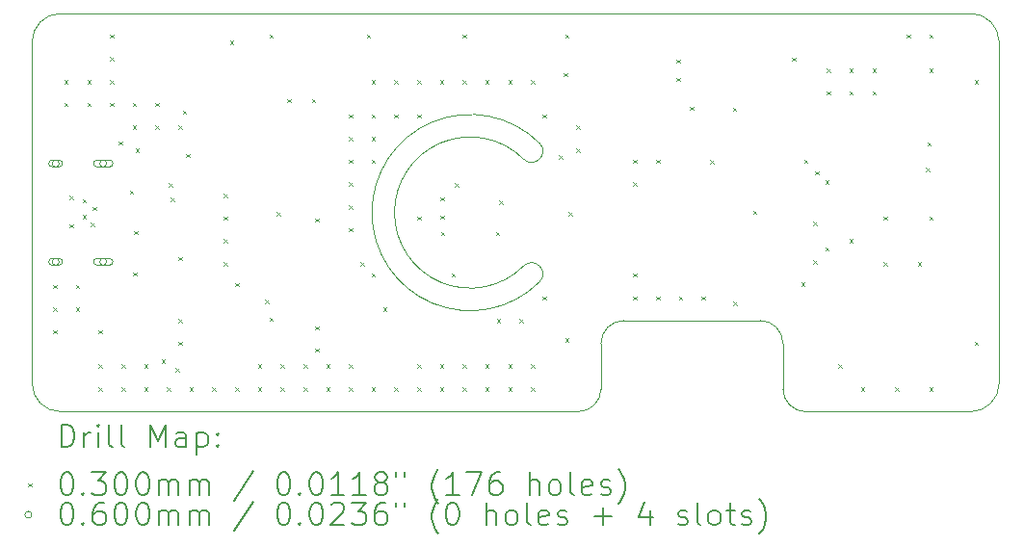
<source format=gbr>
%TF.GenerationSoftware,KiCad,Pcbnew,8.0.6*%
%TF.CreationDate,2024-10-17T21:45:20+02:00*%
%TF.ProjectId,weatherStationBoard,77656174-6865-4725-9374-6174696f6e42,rev?*%
%TF.SameCoordinates,Original*%
%TF.FileFunction,Drillmap*%
%TF.FilePolarity,Positive*%
%FSLAX45Y45*%
G04 Gerber Fmt 4.5, Leading zero omitted, Abs format (unit mm)*
G04 Created by KiCad (PCBNEW 8.0.6) date 2024-10-17 21:45:20*
%MOMM*%
%LPD*%
G01*
G04 APERTURE LIST*
%ADD10C,0.100000*%
%ADD11C,0.050000*%
%ADD12C,0.200000*%
G04 APERTURE END LIST*
D10*
X19060000Y-10740000D02*
G75*
G02*
X18920000Y-10880000I-70000J-70000D01*
G01*
X19060000Y-11960000D02*
G75*
G02*
X19060000Y-10740000I-610000J610000D01*
G01*
D11*
X19600000Y-12500000D02*
X19600000Y-12900000D01*
X22850000Y-9600000D02*
G75*
G02*
X23100000Y-9850000I0J-250000D01*
G01*
X23100000Y-9850000D02*
X23100000Y-12850000D01*
D10*
X18920000Y-11820000D02*
G75*
G02*
X18920000Y-10880000I-470000J470000D01*
G01*
D11*
X21000000Y-12300000D02*
G75*
G02*
X21200000Y-12500000I0J-200000D01*
G01*
X14600000Y-9850000D02*
G75*
G02*
X14850000Y-9600000I250000J0D01*
G01*
X21000000Y-12300000D02*
X19800000Y-12300000D01*
X19600000Y-12900000D02*
G75*
G02*
X19400000Y-13100000I-200000J0D01*
G01*
X23100000Y-12850000D02*
G75*
G02*
X22850000Y-13100000I-250000J0D01*
G01*
X19400000Y-13100000D02*
X14850000Y-13100000D01*
X21200000Y-12900000D02*
X21200000Y-12500000D01*
X14850000Y-9600000D02*
X22850000Y-9600000D01*
X14850000Y-13100000D02*
G75*
G02*
X14600000Y-12850000I0J250000D01*
G01*
X21400000Y-13100000D02*
G75*
G02*
X21200000Y-12900000I0J200000D01*
G01*
D10*
X18920000Y-11820000D02*
G75*
G02*
X19060000Y-11960000I70000J-70000D01*
G01*
D11*
X19600000Y-12500000D02*
G75*
G02*
X19800000Y-12300000I200000J0D01*
G01*
X14600000Y-12850000D02*
X14600000Y-9850000D01*
X22850000Y-13100000D02*
X21400000Y-13100000D01*
D12*
D10*
X14785000Y-11985000D02*
X14815000Y-12015000D01*
X14815000Y-11985000D02*
X14785000Y-12015000D01*
X14785000Y-12185000D02*
X14815000Y-12215000D01*
X14815000Y-12185000D02*
X14785000Y-12215000D01*
X14785000Y-12385000D02*
X14815000Y-12415000D01*
X14815000Y-12385000D02*
X14785000Y-12415000D01*
X14885000Y-10185000D02*
X14915000Y-10215000D01*
X14915000Y-10185000D02*
X14885000Y-10215000D01*
X14885000Y-10385000D02*
X14915000Y-10415000D01*
X14915000Y-10385000D02*
X14885000Y-10415000D01*
X14930000Y-11200000D02*
X14960000Y-11230000D01*
X14960000Y-11200000D02*
X14930000Y-11230000D01*
X14930000Y-11450000D02*
X14960000Y-11480000D01*
X14960000Y-11450000D02*
X14930000Y-11480000D01*
X14985000Y-11985000D02*
X15015000Y-12015000D01*
X15015000Y-11985000D02*
X14985000Y-12015000D01*
X14985000Y-12185000D02*
X15015000Y-12215000D01*
X15015000Y-12185000D02*
X14985000Y-12215000D01*
X15045000Y-11230000D02*
X15075000Y-11260000D01*
X15075000Y-11230000D02*
X15045000Y-11260000D01*
X15045000Y-11370000D02*
X15075000Y-11400000D01*
X15075000Y-11370000D02*
X15045000Y-11400000D01*
X15085000Y-10185000D02*
X15115000Y-10215000D01*
X15115000Y-10185000D02*
X15085000Y-10215000D01*
X15085000Y-10385000D02*
X15115000Y-10415000D01*
X15115000Y-10385000D02*
X15085000Y-10415000D01*
X15115000Y-11440000D02*
X15145000Y-11470000D01*
X15145000Y-11440000D02*
X15115000Y-11470000D01*
X15135000Y-11300500D02*
X15165000Y-11330500D01*
X15165000Y-11300500D02*
X15135000Y-11330500D01*
X15185000Y-12385000D02*
X15215000Y-12415000D01*
X15215000Y-12385000D02*
X15185000Y-12415000D01*
X15185000Y-12685000D02*
X15215000Y-12715000D01*
X15215000Y-12685000D02*
X15185000Y-12715000D01*
X15185000Y-12885000D02*
X15215000Y-12915000D01*
X15215000Y-12885000D02*
X15185000Y-12915000D01*
X15285000Y-9785000D02*
X15315000Y-9815000D01*
X15315000Y-9785000D02*
X15285000Y-9815000D01*
X15285000Y-9985000D02*
X15315000Y-10015000D01*
X15315000Y-9985000D02*
X15285000Y-10015000D01*
X15285000Y-10185000D02*
X15315000Y-10215000D01*
X15315000Y-10185000D02*
X15285000Y-10215000D01*
X15285000Y-10385000D02*
X15315000Y-10415000D01*
X15315000Y-10385000D02*
X15285000Y-10415000D01*
X15360451Y-10722387D02*
X15390451Y-10752387D01*
X15390451Y-10722387D02*
X15360451Y-10752387D01*
X15385000Y-12685000D02*
X15415000Y-12715000D01*
X15415000Y-12685000D02*
X15385000Y-12715000D01*
X15385000Y-12885000D02*
X15415000Y-12915000D01*
X15415000Y-12885000D02*
X15385000Y-12915000D01*
X15459000Y-11155000D02*
X15489000Y-11185000D01*
X15489000Y-11155000D02*
X15459000Y-11185000D01*
X15485000Y-10385000D02*
X15515000Y-10415000D01*
X15515000Y-10385000D02*
X15485000Y-10415000D01*
X15485000Y-10585000D02*
X15515000Y-10615000D01*
X15515000Y-10585000D02*
X15485000Y-10615000D01*
X15490000Y-11877000D02*
X15520000Y-11907000D01*
X15520000Y-11877000D02*
X15490000Y-11907000D01*
X15495000Y-11512500D02*
X15525000Y-11542500D01*
X15525000Y-11512500D02*
X15495000Y-11542500D01*
X15511000Y-10785000D02*
X15541000Y-10815000D01*
X15541000Y-10785000D02*
X15511000Y-10815000D01*
X15585000Y-12685000D02*
X15615000Y-12715000D01*
X15615000Y-12685000D02*
X15585000Y-12715000D01*
X15585000Y-12885000D02*
X15615000Y-12915000D01*
X15615000Y-12885000D02*
X15585000Y-12915000D01*
X15685000Y-10385000D02*
X15715000Y-10415000D01*
X15715000Y-10385000D02*
X15685000Y-10415000D01*
X15685000Y-10585000D02*
X15715000Y-10615000D01*
X15715000Y-10585000D02*
X15685000Y-10615000D01*
X15738232Y-12640424D02*
X15768232Y-12670424D01*
X15768232Y-12640424D02*
X15738232Y-12670424D01*
X15785000Y-12885000D02*
X15815000Y-12915000D01*
X15815000Y-12885000D02*
X15785000Y-12915000D01*
X15800000Y-11092500D02*
X15830000Y-11122500D01*
X15830000Y-11092500D02*
X15800000Y-11122500D01*
X15818000Y-11220000D02*
X15848000Y-11250000D01*
X15848000Y-11220000D02*
X15818000Y-11250000D01*
X15860000Y-12717500D02*
X15890000Y-12747500D01*
X15890000Y-12717500D02*
X15860000Y-12747500D01*
X15885000Y-10585000D02*
X15915000Y-10615000D01*
X15915000Y-10585000D02*
X15885000Y-10615000D01*
X15885000Y-11740000D02*
X15915000Y-11770000D01*
X15915000Y-11740000D02*
X15885000Y-11770000D01*
X15885000Y-12485000D02*
X15915000Y-12515000D01*
X15915000Y-12485000D02*
X15885000Y-12515000D01*
X15885073Y-12285000D02*
X15915073Y-12315000D01*
X15915073Y-12285000D02*
X15885073Y-12315000D01*
X15924000Y-10454000D02*
X15954000Y-10484000D01*
X15954000Y-10454000D02*
X15924000Y-10484000D01*
X15952000Y-10835000D02*
X15982000Y-10865000D01*
X15982000Y-10835000D02*
X15952000Y-10865000D01*
X15985000Y-12885000D02*
X16015000Y-12915000D01*
X16015000Y-12885000D02*
X15985000Y-12915000D01*
X16185000Y-12885000D02*
X16215000Y-12915000D01*
X16215000Y-12885000D02*
X16185000Y-12915000D01*
X16285000Y-11185000D02*
X16315000Y-11215000D01*
X16315000Y-11185000D02*
X16285000Y-11215000D01*
X16285000Y-11385000D02*
X16315000Y-11415000D01*
X16315000Y-11385000D02*
X16285000Y-11415000D01*
X16285000Y-11585000D02*
X16315000Y-11615000D01*
X16315000Y-11585000D02*
X16285000Y-11615000D01*
X16285000Y-11785000D02*
X16315000Y-11815000D01*
X16315000Y-11785000D02*
X16285000Y-11815000D01*
X16340000Y-9840000D02*
X16370000Y-9870000D01*
X16370000Y-9840000D02*
X16340000Y-9870000D01*
X16385000Y-11970000D02*
X16415000Y-12000000D01*
X16415000Y-11970000D02*
X16385000Y-12000000D01*
X16385000Y-12885000D02*
X16415000Y-12915000D01*
X16415000Y-12885000D02*
X16385000Y-12915000D01*
X16585000Y-12685000D02*
X16615000Y-12715000D01*
X16615000Y-12685000D02*
X16585000Y-12715000D01*
X16585000Y-12885000D02*
X16615000Y-12915000D01*
X16615000Y-12885000D02*
X16585000Y-12915000D01*
X16650000Y-12115000D02*
X16680000Y-12145000D01*
X16680000Y-12115000D02*
X16650000Y-12145000D01*
X16685000Y-9785000D02*
X16715000Y-9815000D01*
X16715000Y-9785000D02*
X16685000Y-9815000D01*
X16685000Y-12275000D02*
X16715000Y-12305000D01*
X16715000Y-12275000D02*
X16685000Y-12305000D01*
X16750000Y-11346500D02*
X16780000Y-11376500D01*
X16780000Y-11346500D02*
X16750000Y-11376500D01*
X16785000Y-12685000D02*
X16815000Y-12715000D01*
X16815000Y-12685000D02*
X16785000Y-12715000D01*
X16785000Y-12885000D02*
X16815000Y-12915000D01*
X16815000Y-12885000D02*
X16785000Y-12915000D01*
X16845000Y-10350000D02*
X16875000Y-10380000D01*
X16875000Y-10350000D02*
X16845000Y-10380000D01*
X16985000Y-12685000D02*
X17015000Y-12715000D01*
X17015000Y-12685000D02*
X16985000Y-12715000D01*
X16985000Y-12885000D02*
X17015000Y-12915000D01*
X17015000Y-12885000D02*
X16985000Y-12915000D01*
X17060000Y-10350000D02*
X17090000Y-10380000D01*
X17090000Y-10350000D02*
X17060000Y-10380000D01*
X17090000Y-11400000D02*
X17120000Y-11430000D01*
X17120000Y-11400000D02*
X17090000Y-11430000D01*
X17090000Y-12350000D02*
X17120000Y-12380000D01*
X17120000Y-12350000D02*
X17090000Y-12380000D01*
X17090000Y-12545000D02*
X17120000Y-12575000D01*
X17120000Y-12545000D02*
X17090000Y-12575000D01*
X17185000Y-12685000D02*
X17215000Y-12715000D01*
X17215000Y-12685000D02*
X17185000Y-12715000D01*
X17185000Y-12885000D02*
X17215000Y-12915000D01*
X17215000Y-12885000D02*
X17185000Y-12915000D01*
X17385000Y-10485000D02*
X17415000Y-10515000D01*
X17415000Y-10485000D02*
X17385000Y-10515000D01*
X17385000Y-10685000D02*
X17415000Y-10715000D01*
X17415000Y-10685000D02*
X17385000Y-10715000D01*
X17385000Y-10885000D02*
X17415000Y-10915000D01*
X17415000Y-10885000D02*
X17385000Y-10915000D01*
X17385000Y-11085000D02*
X17415000Y-11115000D01*
X17415000Y-11085000D02*
X17385000Y-11115000D01*
X17385000Y-11285000D02*
X17415000Y-11315000D01*
X17415000Y-11285000D02*
X17385000Y-11315000D01*
X17385000Y-11485000D02*
X17415000Y-11515000D01*
X17415000Y-11485000D02*
X17385000Y-11515000D01*
X17385000Y-12685000D02*
X17415000Y-12715000D01*
X17415000Y-12685000D02*
X17385000Y-12715000D01*
X17385000Y-12885000D02*
X17415000Y-12915000D01*
X17415000Y-12885000D02*
X17385000Y-12915000D01*
X17485000Y-11785000D02*
X17515000Y-11815000D01*
X17515000Y-11785000D02*
X17485000Y-11815000D01*
X17540000Y-9785000D02*
X17570000Y-9815000D01*
X17570000Y-9785000D02*
X17540000Y-9815000D01*
X17585000Y-10185000D02*
X17615000Y-10215000D01*
X17615000Y-10185000D02*
X17585000Y-10215000D01*
X17585000Y-10485000D02*
X17615000Y-10515000D01*
X17615000Y-10485000D02*
X17585000Y-10515000D01*
X17585000Y-10685000D02*
X17615000Y-10715000D01*
X17615000Y-10685000D02*
X17585000Y-10715000D01*
X17585000Y-10885000D02*
X17615000Y-10915000D01*
X17615000Y-10885000D02*
X17585000Y-10915000D01*
X17585000Y-11885000D02*
X17615000Y-11915000D01*
X17615000Y-11885000D02*
X17585000Y-11915000D01*
X17585000Y-12885000D02*
X17615000Y-12915000D01*
X17615000Y-12885000D02*
X17585000Y-12915000D01*
X17685000Y-12185000D02*
X17715000Y-12215000D01*
X17715000Y-12185000D02*
X17685000Y-12215000D01*
X17785000Y-10185000D02*
X17815000Y-10215000D01*
X17815000Y-10185000D02*
X17785000Y-10215000D01*
X17785000Y-10485000D02*
X17815000Y-10515000D01*
X17815000Y-10485000D02*
X17785000Y-10515000D01*
X17785000Y-12885000D02*
X17815000Y-12915000D01*
X17815000Y-12885000D02*
X17785000Y-12915000D01*
X17985000Y-10185000D02*
X18015000Y-10215000D01*
X18015000Y-10185000D02*
X17985000Y-10215000D01*
X17985000Y-10485000D02*
X18015000Y-10515000D01*
X18015000Y-10485000D02*
X17985000Y-10515000D01*
X17985000Y-11385000D02*
X18015000Y-11415000D01*
X18015000Y-11385000D02*
X17985000Y-11415000D01*
X17985000Y-12685000D02*
X18015000Y-12715000D01*
X18015000Y-12685000D02*
X17985000Y-12715000D01*
X17985000Y-12885000D02*
X18015000Y-12915000D01*
X18015000Y-12885000D02*
X17985000Y-12915000D01*
X18185000Y-10185000D02*
X18215000Y-10215000D01*
X18215000Y-10185000D02*
X18185000Y-10215000D01*
X18185000Y-12685000D02*
X18215000Y-12715000D01*
X18215000Y-12685000D02*
X18185000Y-12715000D01*
X18185000Y-12885000D02*
X18215000Y-12915000D01*
X18215000Y-12885000D02*
X18185000Y-12915000D01*
X18190000Y-11215000D02*
X18220000Y-11245000D01*
X18220000Y-11215000D02*
X18190000Y-11245000D01*
X18190000Y-11375000D02*
X18220000Y-11405000D01*
X18220000Y-11375000D02*
X18190000Y-11405000D01*
X18195000Y-11520000D02*
X18225000Y-11550000D01*
X18225000Y-11520000D02*
X18195000Y-11550000D01*
X18285000Y-11885000D02*
X18315000Y-11915000D01*
X18315000Y-11885000D02*
X18285000Y-11915000D01*
X18315000Y-11090000D02*
X18345000Y-11120000D01*
X18345000Y-11090000D02*
X18315000Y-11120000D01*
X18385000Y-9785000D02*
X18415000Y-9815000D01*
X18415000Y-9785000D02*
X18385000Y-9815000D01*
X18385000Y-10185000D02*
X18415000Y-10215000D01*
X18415000Y-10185000D02*
X18385000Y-10215000D01*
X18385000Y-12685000D02*
X18415000Y-12715000D01*
X18415000Y-12685000D02*
X18385000Y-12715000D01*
X18385000Y-12885000D02*
X18415000Y-12915000D01*
X18415000Y-12885000D02*
X18385000Y-12915000D01*
X18585000Y-10185000D02*
X18615000Y-10215000D01*
X18615000Y-10185000D02*
X18585000Y-10215000D01*
X18585000Y-12685000D02*
X18615000Y-12715000D01*
X18615000Y-12685000D02*
X18585000Y-12715000D01*
X18585000Y-12885000D02*
X18615000Y-12915000D01*
X18615000Y-12885000D02*
X18585000Y-12915000D01*
X18675000Y-11520000D02*
X18705000Y-11550000D01*
X18705000Y-11520000D02*
X18675000Y-11550000D01*
X18685000Y-12285000D02*
X18715000Y-12315000D01*
X18715000Y-12285000D02*
X18685000Y-12315000D01*
X18705000Y-11245000D02*
X18735000Y-11275000D01*
X18735000Y-11245000D02*
X18705000Y-11275000D01*
X18785000Y-10185000D02*
X18815000Y-10215000D01*
X18815000Y-10185000D02*
X18785000Y-10215000D01*
X18785000Y-12685000D02*
X18815000Y-12715000D01*
X18815000Y-12685000D02*
X18785000Y-12715000D01*
X18785000Y-12885000D02*
X18815000Y-12915000D01*
X18815000Y-12885000D02*
X18785000Y-12915000D01*
X18885000Y-12285000D02*
X18915000Y-12315000D01*
X18915000Y-12285000D02*
X18885000Y-12315000D01*
X18985000Y-10185000D02*
X19015000Y-10215000D01*
X19015000Y-10185000D02*
X18985000Y-10215000D01*
X18985000Y-12685000D02*
X19015000Y-12715000D01*
X19015000Y-12685000D02*
X18985000Y-12715000D01*
X18985000Y-12885000D02*
X19015000Y-12915000D01*
X19015000Y-12885000D02*
X18985000Y-12915000D01*
X19085000Y-10485000D02*
X19115000Y-10515000D01*
X19115000Y-10485000D02*
X19085000Y-10515000D01*
X19085000Y-12085000D02*
X19115000Y-12115000D01*
X19115000Y-12085000D02*
X19085000Y-12115000D01*
X19230000Y-10845000D02*
X19260000Y-10875000D01*
X19260000Y-10845000D02*
X19230000Y-10875000D01*
X19272500Y-10122500D02*
X19302500Y-10152500D01*
X19302500Y-10122500D02*
X19272500Y-10152500D01*
X19285000Y-9785000D02*
X19315000Y-9815000D01*
X19315000Y-9785000D02*
X19285000Y-9815000D01*
X19285000Y-12455000D02*
X19315000Y-12485000D01*
X19315000Y-12455000D02*
X19285000Y-12485000D01*
X19315000Y-11345000D02*
X19345000Y-11375000D01*
X19345000Y-11345000D02*
X19315000Y-11375000D01*
X19385000Y-10585000D02*
X19415000Y-10615000D01*
X19415000Y-10585000D02*
X19385000Y-10615000D01*
X19385000Y-10785000D02*
X19415000Y-10815000D01*
X19415000Y-10785000D02*
X19385000Y-10815000D01*
X19885000Y-10885000D02*
X19915000Y-10915000D01*
X19915000Y-10885000D02*
X19885000Y-10915000D01*
X19885000Y-11085000D02*
X19915000Y-11115000D01*
X19915000Y-11085000D02*
X19885000Y-11115000D01*
X19885000Y-11885000D02*
X19915000Y-11915000D01*
X19915000Y-11885000D02*
X19885000Y-11915000D01*
X19885000Y-12085000D02*
X19915000Y-12115000D01*
X19915000Y-12085000D02*
X19885000Y-12115000D01*
X20085000Y-10885000D02*
X20115000Y-10915000D01*
X20115000Y-10885000D02*
X20085000Y-10915000D01*
X20085000Y-12085000D02*
X20115000Y-12115000D01*
X20115000Y-12085000D02*
X20085000Y-12115000D01*
X20265000Y-10005000D02*
X20295000Y-10035000D01*
X20295000Y-10005000D02*
X20265000Y-10035000D01*
X20265000Y-10165000D02*
X20295000Y-10195000D01*
X20295000Y-10165000D02*
X20265000Y-10195000D01*
X20285000Y-12085000D02*
X20315000Y-12115000D01*
X20315000Y-12085000D02*
X20285000Y-12115000D01*
X20381000Y-10420000D02*
X20411000Y-10450000D01*
X20411000Y-10420000D02*
X20381000Y-10450000D01*
X20485000Y-12085000D02*
X20515000Y-12115000D01*
X20515000Y-12085000D02*
X20485000Y-12115000D01*
X20560000Y-10890000D02*
X20590000Y-10920000D01*
X20590000Y-10890000D02*
X20560000Y-10920000D01*
X20760000Y-10427000D02*
X20790000Y-10457000D01*
X20790000Y-10427000D02*
X20760000Y-10457000D01*
X20765000Y-12135000D02*
X20795000Y-12165000D01*
X20795000Y-12135000D02*
X20765000Y-12165000D01*
X20935000Y-11335000D02*
X20965000Y-11365000D01*
X20965000Y-11335000D02*
X20935000Y-11365000D01*
X21281000Y-9988000D02*
X21311000Y-10018000D01*
X21311000Y-9988000D02*
X21281000Y-10018000D01*
X21360000Y-11965000D02*
X21390000Y-11995000D01*
X21390000Y-11965000D02*
X21360000Y-11995000D01*
X21385000Y-10885000D02*
X21415000Y-10915000D01*
X21415000Y-10885000D02*
X21385000Y-10915000D01*
X21465000Y-11430000D02*
X21495000Y-11460000D01*
X21495000Y-11430000D02*
X21465000Y-11460000D01*
X21465000Y-11771000D02*
X21495000Y-11801000D01*
X21495000Y-11771000D02*
X21465000Y-11801000D01*
X21485000Y-10985000D02*
X21515000Y-11015000D01*
X21515000Y-10985000D02*
X21485000Y-11015000D01*
X21570000Y-11065000D02*
X21600000Y-11095000D01*
X21600000Y-11065000D02*
X21570000Y-11095000D01*
X21570000Y-11655000D02*
X21600000Y-11685000D01*
X21600000Y-11655000D02*
X21570000Y-11685000D01*
X21585000Y-10085000D02*
X21615000Y-10115000D01*
X21615000Y-10085000D02*
X21585000Y-10115000D01*
X21585000Y-10285000D02*
X21615000Y-10315000D01*
X21615000Y-10285000D02*
X21585000Y-10315000D01*
X21685000Y-12685000D02*
X21715000Y-12715000D01*
X21715000Y-12685000D02*
X21685000Y-12715000D01*
X21785000Y-10085000D02*
X21815000Y-10115000D01*
X21815000Y-10085000D02*
X21785000Y-10115000D01*
X21785000Y-10285000D02*
X21815000Y-10315000D01*
X21815000Y-10285000D02*
X21785000Y-10315000D01*
X21785000Y-11585000D02*
X21815000Y-11615000D01*
X21815000Y-11585000D02*
X21785000Y-11615000D01*
X21885000Y-12885000D02*
X21915000Y-12915000D01*
X21915000Y-12885000D02*
X21885000Y-12915000D01*
X21985000Y-10085000D02*
X22015000Y-10115000D01*
X22015000Y-10085000D02*
X21985000Y-10115000D01*
X21985000Y-10285000D02*
X22015000Y-10315000D01*
X22015000Y-10285000D02*
X21985000Y-10315000D01*
X22085000Y-11385000D02*
X22115000Y-11415000D01*
X22115000Y-11385000D02*
X22085000Y-11415000D01*
X22085000Y-11785000D02*
X22115000Y-11815000D01*
X22115000Y-11785000D02*
X22085000Y-11815000D01*
X22185000Y-12885000D02*
X22215000Y-12915000D01*
X22215000Y-12885000D02*
X22185000Y-12915000D01*
X22285000Y-9785000D02*
X22315000Y-9815000D01*
X22315000Y-9785000D02*
X22285000Y-9815000D01*
X22385000Y-11785000D02*
X22415000Y-11815000D01*
X22415000Y-11785000D02*
X22385000Y-11815000D01*
X22455000Y-10957500D02*
X22485000Y-10987500D01*
X22485000Y-10957500D02*
X22455000Y-10987500D01*
X22467500Y-10732500D02*
X22497500Y-10762500D01*
X22497500Y-10732500D02*
X22467500Y-10762500D01*
X22485000Y-9785000D02*
X22515000Y-9815000D01*
X22515000Y-9785000D02*
X22485000Y-9815000D01*
X22485000Y-10085000D02*
X22515000Y-10115000D01*
X22515000Y-10085000D02*
X22485000Y-10115000D01*
X22485000Y-11385000D02*
X22515000Y-11415000D01*
X22515000Y-11385000D02*
X22485000Y-11415000D01*
X22485000Y-12885000D02*
X22515000Y-12915000D01*
X22515000Y-12885000D02*
X22485000Y-12915000D01*
X22885000Y-10185000D02*
X22915000Y-10215000D01*
X22915000Y-10185000D02*
X22885000Y-10215000D01*
X22885000Y-12485000D02*
X22915000Y-12515000D01*
X22915000Y-12485000D02*
X22885000Y-12515000D01*
X14837500Y-10918500D02*
G75*
G02*
X14777500Y-10918500I-30000J0D01*
G01*
X14777500Y-10918500D02*
G75*
G02*
X14837500Y-10918500I30000J0D01*
G01*
X14837500Y-10888500D02*
X14777500Y-10888500D01*
X14777500Y-10948500D02*
G75*
G02*
X14777500Y-10888500I0J30000D01*
G01*
X14777500Y-10948500D02*
X14837500Y-10948500D01*
X14837500Y-10948500D02*
G75*
G03*
X14837500Y-10888500I0J30000D01*
G01*
X14837500Y-11782500D02*
G75*
G02*
X14777500Y-11782500I-30000J0D01*
G01*
X14777500Y-11782500D02*
G75*
G02*
X14837500Y-11782500I30000J0D01*
G01*
X14837500Y-11752500D02*
X14777500Y-11752500D01*
X14777500Y-11812500D02*
G75*
G02*
X14777500Y-11752500I0J30000D01*
G01*
X14777500Y-11812500D02*
X14837500Y-11812500D01*
X14837500Y-11812500D02*
G75*
G03*
X14837500Y-11752500I0J30000D01*
G01*
X15255500Y-10918500D02*
G75*
G02*
X15195500Y-10918500I-30000J0D01*
G01*
X15195500Y-10918500D02*
G75*
G02*
X15255500Y-10918500I30000J0D01*
G01*
X15280500Y-10888500D02*
X15170500Y-10888500D01*
X15170500Y-10948500D02*
G75*
G02*
X15170500Y-10888500I0J30000D01*
G01*
X15170500Y-10948500D02*
X15280500Y-10948500D01*
X15280500Y-10948500D02*
G75*
G03*
X15280500Y-10888500I0J30000D01*
G01*
X15255500Y-11782500D02*
G75*
G02*
X15195500Y-11782500I-30000J0D01*
G01*
X15195500Y-11782500D02*
G75*
G02*
X15255500Y-11782500I30000J0D01*
G01*
X15280500Y-11752500D02*
X15170500Y-11752500D01*
X15170500Y-11812500D02*
G75*
G02*
X15170500Y-11752500I0J30000D01*
G01*
X15170500Y-11812500D02*
X15280500Y-11812500D01*
X15280500Y-11812500D02*
G75*
G03*
X15280500Y-11752500I0J30000D01*
G01*
D12*
X14858277Y-13413984D02*
X14858277Y-13213984D01*
X14858277Y-13213984D02*
X14905896Y-13213984D01*
X14905896Y-13213984D02*
X14934467Y-13223508D01*
X14934467Y-13223508D02*
X14953515Y-13242555D01*
X14953515Y-13242555D02*
X14963039Y-13261603D01*
X14963039Y-13261603D02*
X14972562Y-13299698D01*
X14972562Y-13299698D02*
X14972562Y-13328269D01*
X14972562Y-13328269D02*
X14963039Y-13366365D01*
X14963039Y-13366365D02*
X14953515Y-13385412D01*
X14953515Y-13385412D02*
X14934467Y-13404460D01*
X14934467Y-13404460D02*
X14905896Y-13413984D01*
X14905896Y-13413984D02*
X14858277Y-13413984D01*
X15058277Y-13413984D02*
X15058277Y-13280650D01*
X15058277Y-13318746D02*
X15067801Y-13299698D01*
X15067801Y-13299698D02*
X15077324Y-13290174D01*
X15077324Y-13290174D02*
X15096372Y-13280650D01*
X15096372Y-13280650D02*
X15115420Y-13280650D01*
X15182086Y-13413984D02*
X15182086Y-13280650D01*
X15182086Y-13213984D02*
X15172562Y-13223508D01*
X15172562Y-13223508D02*
X15182086Y-13233031D01*
X15182086Y-13233031D02*
X15191610Y-13223508D01*
X15191610Y-13223508D02*
X15182086Y-13213984D01*
X15182086Y-13213984D02*
X15182086Y-13233031D01*
X15305896Y-13413984D02*
X15286848Y-13404460D01*
X15286848Y-13404460D02*
X15277324Y-13385412D01*
X15277324Y-13385412D02*
X15277324Y-13213984D01*
X15410658Y-13413984D02*
X15391610Y-13404460D01*
X15391610Y-13404460D02*
X15382086Y-13385412D01*
X15382086Y-13385412D02*
X15382086Y-13213984D01*
X15639229Y-13413984D02*
X15639229Y-13213984D01*
X15639229Y-13213984D02*
X15705896Y-13356841D01*
X15705896Y-13356841D02*
X15772562Y-13213984D01*
X15772562Y-13213984D02*
X15772562Y-13413984D01*
X15953515Y-13413984D02*
X15953515Y-13309222D01*
X15953515Y-13309222D02*
X15943991Y-13290174D01*
X15943991Y-13290174D02*
X15924943Y-13280650D01*
X15924943Y-13280650D02*
X15886848Y-13280650D01*
X15886848Y-13280650D02*
X15867801Y-13290174D01*
X15953515Y-13404460D02*
X15934467Y-13413984D01*
X15934467Y-13413984D02*
X15886848Y-13413984D01*
X15886848Y-13413984D02*
X15867801Y-13404460D01*
X15867801Y-13404460D02*
X15858277Y-13385412D01*
X15858277Y-13385412D02*
X15858277Y-13366365D01*
X15858277Y-13366365D02*
X15867801Y-13347317D01*
X15867801Y-13347317D02*
X15886848Y-13337793D01*
X15886848Y-13337793D02*
X15934467Y-13337793D01*
X15934467Y-13337793D02*
X15953515Y-13328269D01*
X16048753Y-13280650D02*
X16048753Y-13480650D01*
X16048753Y-13290174D02*
X16067801Y-13280650D01*
X16067801Y-13280650D02*
X16105896Y-13280650D01*
X16105896Y-13280650D02*
X16124943Y-13290174D01*
X16124943Y-13290174D02*
X16134467Y-13299698D01*
X16134467Y-13299698D02*
X16143991Y-13318746D01*
X16143991Y-13318746D02*
X16143991Y-13375888D01*
X16143991Y-13375888D02*
X16134467Y-13394936D01*
X16134467Y-13394936D02*
X16124943Y-13404460D01*
X16124943Y-13404460D02*
X16105896Y-13413984D01*
X16105896Y-13413984D02*
X16067801Y-13413984D01*
X16067801Y-13413984D02*
X16048753Y-13404460D01*
X16229705Y-13394936D02*
X16239229Y-13404460D01*
X16239229Y-13404460D02*
X16229705Y-13413984D01*
X16229705Y-13413984D02*
X16220182Y-13404460D01*
X16220182Y-13404460D02*
X16229705Y-13394936D01*
X16229705Y-13394936D02*
X16229705Y-13413984D01*
X16229705Y-13290174D02*
X16239229Y-13299698D01*
X16239229Y-13299698D02*
X16229705Y-13309222D01*
X16229705Y-13309222D02*
X16220182Y-13299698D01*
X16220182Y-13299698D02*
X16229705Y-13290174D01*
X16229705Y-13290174D02*
X16229705Y-13309222D01*
D10*
X14567500Y-13727500D02*
X14597500Y-13757500D01*
X14597500Y-13727500D02*
X14567500Y-13757500D01*
D12*
X14896372Y-13633984D02*
X14915420Y-13633984D01*
X14915420Y-13633984D02*
X14934467Y-13643508D01*
X14934467Y-13643508D02*
X14943991Y-13653031D01*
X14943991Y-13653031D02*
X14953515Y-13672079D01*
X14953515Y-13672079D02*
X14963039Y-13710174D01*
X14963039Y-13710174D02*
X14963039Y-13757793D01*
X14963039Y-13757793D02*
X14953515Y-13795888D01*
X14953515Y-13795888D02*
X14943991Y-13814936D01*
X14943991Y-13814936D02*
X14934467Y-13824460D01*
X14934467Y-13824460D02*
X14915420Y-13833984D01*
X14915420Y-13833984D02*
X14896372Y-13833984D01*
X14896372Y-13833984D02*
X14877324Y-13824460D01*
X14877324Y-13824460D02*
X14867801Y-13814936D01*
X14867801Y-13814936D02*
X14858277Y-13795888D01*
X14858277Y-13795888D02*
X14848753Y-13757793D01*
X14848753Y-13757793D02*
X14848753Y-13710174D01*
X14848753Y-13710174D02*
X14858277Y-13672079D01*
X14858277Y-13672079D02*
X14867801Y-13653031D01*
X14867801Y-13653031D02*
X14877324Y-13643508D01*
X14877324Y-13643508D02*
X14896372Y-13633984D01*
X15048753Y-13814936D02*
X15058277Y-13824460D01*
X15058277Y-13824460D02*
X15048753Y-13833984D01*
X15048753Y-13833984D02*
X15039229Y-13824460D01*
X15039229Y-13824460D02*
X15048753Y-13814936D01*
X15048753Y-13814936D02*
X15048753Y-13833984D01*
X15124943Y-13633984D02*
X15248753Y-13633984D01*
X15248753Y-13633984D02*
X15182086Y-13710174D01*
X15182086Y-13710174D02*
X15210658Y-13710174D01*
X15210658Y-13710174D02*
X15229705Y-13719698D01*
X15229705Y-13719698D02*
X15239229Y-13729222D01*
X15239229Y-13729222D02*
X15248753Y-13748269D01*
X15248753Y-13748269D02*
X15248753Y-13795888D01*
X15248753Y-13795888D02*
X15239229Y-13814936D01*
X15239229Y-13814936D02*
X15229705Y-13824460D01*
X15229705Y-13824460D02*
X15210658Y-13833984D01*
X15210658Y-13833984D02*
X15153515Y-13833984D01*
X15153515Y-13833984D02*
X15134467Y-13824460D01*
X15134467Y-13824460D02*
X15124943Y-13814936D01*
X15372562Y-13633984D02*
X15391610Y-13633984D01*
X15391610Y-13633984D02*
X15410658Y-13643508D01*
X15410658Y-13643508D02*
X15420182Y-13653031D01*
X15420182Y-13653031D02*
X15429705Y-13672079D01*
X15429705Y-13672079D02*
X15439229Y-13710174D01*
X15439229Y-13710174D02*
X15439229Y-13757793D01*
X15439229Y-13757793D02*
X15429705Y-13795888D01*
X15429705Y-13795888D02*
X15420182Y-13814936D01*
X15420182Y-13814936D02*
X15410658Y-13824460D01*
X15410658Y-13824460D02*
X15391610Y-13833984D01*
X15391610Y-13833984D02*
X15372562Y-13833984D01*
X15372562Y-13833984D02*
X15353515Y-13824460D01*
X15353515Y-13824460D02*
X15343991Y-13814936D01*
X15343991Y-13814936D02*
X15334467Y-13795888D01*
X15334467Y-13795888D02*
X15324943Y-13757793D01*
X15324943Y-13757793D02*
X15324943Y-13710174D01*
X15324943Y-13710174D02*
X15334467Y-13672079D01*
X15334467Y-13672079D02*
X15343991Y-13653031D01*
X15343991Y-13653031D02*
X15353515Y-13643508D01*
X15353515Y-13643508D02*
X15372562Y-13633984D01*
X15563039Y-13633984D02*
X15582086Y-13633984D01*
X15582086Y-13633984D02*
X15601134Y-13643508D01*
X15601134Y-13643508D02*
X15610658Y-13653031D01*
X15610658Y-13653031D02*
X15620182Y-13672079D01*
X15620182Y-13672079D02*
X15629705Y-13710174D01*
X15629705Y-13710174D02*
X15629705Y-13757793D01*
X15629705Y-13757793D02*
X15620182Y-13795888D01*
X15620182Y-13795888D02*
X15610658Y-13814936D01*
X15610658Y-13814936D02*
X15601134Y-13824460D01*
X15601134Y-13824460D02*
X15582086Y-13833984D01*
X15582086Y-13833984D02*
X15563039Y-13833984D01*
X15563039Y-13833984D02*
X15543991Y-13824460D01*
X15543991Y-13824460D02*
X15534467Y-13814936D01*
X15534467Y-13814936D02*
X15524943Y-13795888D01*
X15524943Y-13795888D02*
X15515420Y-13757793D01*
X15515420Y-13757793D02*
X15515420Y-13710174D01*
X15515420Y-13710174D02*
X15524943Y-13672079D01*
X15524943Y-13672079D02*
X15534467Y-13653031D01*
X15534467Y-13653031D02*
X15543991Y-13643508D01*
X15543991Y-13643508D02*
X15563039Y-13633984D01*
X15715420Y-13833984D02*
X15715420Y-13700650D01*
X15715420Y-13719698D02*
X15724943Y-13710174D01*
X15724943Y-13710174D02*
X15743991Y-13700650D01*
X15743991Y-13700650D02*
X15772563Y-13700650D01*
X15772563Y-13700650D02*
X15791610Y-13710174D01*
X15791610Y-13710174D02*
X15801134Y-13729222D01*
X15801134Y-13729222D02*
X15801134Y-13833984D01*
X15801134Y-13729222D02*
X15810658Y-13710174D01*
X15810658Y-13710174D02*
X15829705Y-13700650D01*
X15829705Y-13700650D02*
X15858277Y-13700650D01*
X15858277Y-13700650D02*
X15877324Y-13710174D01*
X15877324Y-13710174D02*
X15886848Y-13729222D01*
X15886848Y-13729222D02*
X15886848Y-13833984D01*
X15982086Y-13833984D02*
X15982086Y-13700650D01*
X15982086Y-13719698D02*
X15991610Y-13710174D01*
X15991610Y-13710174D02*
X16010658Y-13700650D01*
X16010658Y-13700650D02*
X16039229Y-13700650D01*
X16039229Y-13700650D02*
X16058277Y-13710174D01*
X16058277Y-13710174D02*
X16067801Y-13729222D01*
X16067801Y-13729222D02*
X16067801Y-13833984D01*
X16067801Y-13729222D02*
X16077324Y-13710174D01*
X16077324Y-13710174D02*
X16096372Y-13700650D01*
X16096372Y-13700650D02*
X16124943Y-13700650D01*
X16124943Y-13700650D02*
X16143991Y-13710174D01*
X16143991Y-13710174D02*
X16153515Y-13729222D01*
X16153515Y-13729222D02*
X16153515Y-13833984D01*
X16543991Y-13624460D02*
X16372563Y-13881603D01*
X16801134Y-13633984D02*
X16820182Y-13633984D01*
X16820182Y-13633984D02*
X16839229Y-13643508D01*
X16839229Y-13643508D02*
X16848753Y-13653031D01*
X16848753Y-13653031D02*
X16858277Y-13672079D01*
X16858277Y-13672079D02*
X16867801Y-13710174D01*
X16867801Y-13710174D02*
X16867801Y-13757793D01*
X16867801Y-13757793D02*
X16858277Y-13795888D01*
X16858277Y-13795888D02*
X16848753Y-13814936D01*
X16848753Y-13814936D02*
X16839229Y-13824460D01*
X16839229Y-13824460D02*
X16820182Y-13833984D01*
X16820182Y-13833984D02*
X16801134Y-13833984D01*
X16801134Y-13833984D02*
X16782087Y-13824460D01*
X16782087Y-13824460D02*
X16772563Y-13814936D01*
X16772563Y-13814936D02*
X16763039Y-13795888D01*
X16763039Y-13795888D02*
X16753515Y-13757793D01*
X16753515Y-13757793D02*
X16753515Y-13710174D01*
X16753515Y-13710174D02*
X16763039Y-13672079D01*
X16763039Y-13672079D02*
X16772563Y-13653031D01*
X16772563Y-13653031D02*
X16782087Y-13643508D01*
X16782087Y-13643508D02*
X16801134Y-13633984D01*
X16953515Y-13814936D02*
X16963039Y-13824460D01*
X16963039Y-13824460D02*
X16953515Y-13833984D01*
X16953515Y-13833984D02*
X16943991Y-13824460D01*
X16943991Y-13824460D02*
X16953515Y-13814936D01*
X16953515Y-13814936D02*
X16953515Y-13833984D01*
X17086848Y-13633984D02*
X17105896Y-13633984D01*
X17105896Y-13633984D02*
X17124944Y-13643508D01*
X17124944Y-13643508D02*
X17134468Y-13653031D01*
X17134468Y-13653031D02*
X17143991Y-13672079D01*
X17143991Y-13672079D02*
X17153515Y-13710174D01*
X17153515Y-13710174D02*
X17153515Y-13757793D01*
X17153515Y-13757793D02*
X17143991Y-13795888D01*
X17143991Y-13795888D02*
X17134468Y-13814936D01*
X17134468Y-13814936D02*
X17124944Y-13824460D01*
X17124944Y-13824460D02*
X17105896Y-13833984D01*
X17105896Y-13833984D02*
X17086848Y-13833984D01*
X17086848Y-13833984D02*
X17067801Y-13824460D01*
X17067801Y-13824460D02*
X17058277Y-13814936D01*
X17058277Y-13814936D02*
X17048753Y-13795888D01*
X17048753Y-13795888D02*
X17039229Y-13757793D01*
X17039229Y-13757793D02*
X17039229Y-13710174D01*
X17039229Y-13710174D02*
X17048753Y-13672079D01*
X17048753Y-13672079D02*
X17058277Y-13653031D01*
X17058277Y-13653031D02*
X17067801Y-13643508D01*
X17067801Y-13643508D02*
X17086848Y-13633984D01*
X17343991Y-13833984D02*
X17229706Y-13833984D01*
X17286848Y-13833984D02*
X17286848Y-13633984D01*
X17286848Y-13633984D02*
X17267801Y-13662555D01*
X17267801Y-13662555D02*
X17248753Y-13681603D01*
X17248753Y-13681603D02*
X17229706Y-13691127D01*
X17534468Y-13833984D02*
X17420182Y-13833984D01*
X17477325Y-13833984D02*
X17477325Y-13633984D01*
X17477325Y-13633984D02*
X17458277Y-13662555D01*
X17458277Y-13662555D02*
X17439229Y-13681603D01*
X17439229Y-13681603D02*
X17420182Y-13691127D01*
X17648753Y-13719698D02*
X17629706Y-13710174D01*
X17629706Y-13710174D02*
X17620182Y-13700650D01*
X17620182Y-13700650D02*
X17610658Y-13681603D01*
X17610658Y-13681603D02*
X17610658Y-13672079D01*
X17610658Y-13672079D02*
X17620182Y-13653031D01*
X17620182Y-13653031D02*
X17629706Y-13643508D01*
X17629706Y-13643508D02*
X17648753Y-13633984D01*
X17648753Y-13633984D02*
X17686849Y-13633984D01*
X17686849Y-13633984D02*
X17705896Y-13643508D01*
X17705896Y-13643508D02*
X17715420Y-13653031D01*
X17715420Y-13653031D02*
X17724944Y-13672079D01*
X17724944Y-13672079D02*
X17724944Y-13681603D01*
X17724944Y-13681603D02*
X17715420Y-13700650D01*
X17715420Y-13700650D02*
X17705896Y-13710174D01*
X17705896Y-13710174D02*
X17686849Y-13719698D01*
X17686849Y-13719698D02*
X17648753Y-13719698D01*
X17648753Y-13719698D02*
X17629706Y-13729222D01*
X17629706Y-13729222D02*
X17620182Y-13738746D01*
X17620182Y-13738746D02*
X17610658Y-13757793D01*
X17610658Y-13757793D02*
X17610658Y-13795888D01*
X17610658Y-13795888D02*
X17620182Y-13814936D01*
X17620182Y-13814936D02*
X17629706Y-13824460D01*
X17629706Y-13824460D02*
X17648753Y-13833984D01*
X17648753Y-13833984D02*
X17686849Y-13833984D01*
X17686849Y-13833984D02*
X17705896Y-13824460D01*
X17705896Y-13824460D02*
X17715420Y-13814936D01*
X17715420Y-13814936D02*
X17724944Y-13795888D01*
X17724944Y-13795888D02*
X17724944Y-13757793D01*
X17724944Y-13757793D02*
X17715420Y-13738746D01*
X17715420Y-13738746D02*
X17705896Y-13729222D01*
X17705896Y-13729222D02*
X17686849Y-13719698D01*
X17801134Y-13633984D02*
X17801134Y-13672079D01*
X17877325Y-13633984D02*
X17877325Y-13672079D01*
X18172563Y-13910174D02*
X18163039Y-13900650D01*
X18163039Y-13900650D02*
X18143991Y-13872079D01*
X18143991Y-13872079D02*
X18134468Y-13853031D01*
X18134468Y-13853031D02*
X18124944Y-13824460D01*
X18124944Y-13824460D02*
X18115420Y-13776841D01*
X18115420Y-13776841D02*
X18115420Y-13738746D01*
X18115420Y-13738746D02*
X18124944Y-13691127D01*
X18124944Y-13691127D02*
X18134468Y-13662555D01*
X18134468Y-13662555D02*
X18143991Y-13643508D01*
X18143991Y-13643508D02*
X18163039Y-13614936D01*
X18163039Y-13614936D02*
X18172563Y-13605412D01*
X18353515Y-13833984D02*
X18239230Y-13833984D01*
X18296372Y-13833984D02*
X18296372Y-13633984D01*
X18296372Y-13633984D02*
X18277325Y-13662555D01*
X18277325Y-13662555D02*
X18258277Y-13681603D01*
X18258277Y-13681603D02*
X18239230Y-13691127D01*
X18420182Y-13633984D02*
X18553515Y-13633984D01*
X18553515Y-13633984D02*
X18467801Y-13833984D01*
X18715420Y-13633984D02*
X18677325Y-13633984D01*
X18677325Y-13633984D02*
X18658277Y-13643508D01*
X18658277Y-13643508D02*
X18648753Y-13653031D01*
X18648753Y-13653031D02*
X18629706Y-13681603D01*
X18629706Y-13681603D02*
X18620182Y-13719698D01*
X18620182Y-13719698D02*
X18620182Y-13795888D01*
X18620182Y-13795888D02*
X18629706Y-13814936D01*
X18629706Y-13814936D02*
X18639230Y-13824460D01*
X18639230Y-13824460D02*
X18658277Y-13833984D01*
X18658277Y-13833984D02*
X18696372Y-13833984D01*
X18696372Y-13833984D02*
X18715420Y-13824460D01*
X18715420Y-13824460D02*
X18724944Y-13814936D01*
X18724944Y-13814936D02*
X18734468Y-13795888D01*
X18734468Y-13795888D02*
X18734468Y-13748269D01*
X18734468Y-13748269D02*
X18724944Y-13729222D01*
X18724944Y-13729222D02*
X18715420Y-13719698D01*
X18715420Y-13719698D02*
X18696372Y-13710174D01*
X18696372Y-13710174D02*
X18658277Y-13710174D01*
X18658277Y-13710174D02*
X18639230Y-13719698D01*
X18639230Y-13719698D02*
X18629706Y-13729222D01*
X18629706Y-13729222D02*
X18620182Y-13748269D01*
X18972563Y-13833984D02*
X18972563Y-13633984D01*
X19058277Y-13833984D02*
X19058277Y-13729222D01*
X19058277Y-13729222D02*
X19048753Y-13710174D01*
X19048753Y-13710174D02*
X19029706Y-13700650D01*
X19029706Y-13700650D02*
X19001134Y-13700650D01*
X19001134Y-13700650D02*
X18982087Y-13710174D01*
X18982087Y-13710174D02*
X18972563Y-13719698D01*
X19182087Y-13833984D02*
X19163039Y-13824460D01*
X19163039Y-13824460D02*
X19153515Y-13814936D01*
X19153515Y-13814936D02*
X19143992Y-13795888D01*
X19143992Y-13795888D02*
X19143992Y-13738746D01*
X19143992Y-13738746D02*
X19153515Y-13719698D01*
X19153515Y-13719698D02*
X19163039Y-13710174D01*
X19163039Y-13710174D02*
X19182087Y-13700650D01*
X19182087Y-13700650D02*
X19210658Y-13700650D01*
X19210658Y-13700650D02*
X19229706Y-13710174D01*
X19229706Y-13710174D02*
X19239230Y-13719698D01*
X19239230Y-13719698D02*
X19248753Y-13738746D01*
X19248753Y-13738746D02*
X19248753Y-13795888D01*
X19248753Y-13795888D02*
X19239230Y-13814936D01*
X19239230Y-13814936D02*
X19229706Y-13824460D01*
X19229706Y-13824460D02*
X19210658Y-13833984D01*
X19210658Y-13833984D02*
X19182087Y-13833984D01*
X19363039Y-13833984D02*
X19343992Y-13824460D01*
X19343992Y-13824460D02*
X19334468Y-13805412D01*
X19334468Y-13805412D02*
X19334468Y-13633984D01*
X19515420Y-13824460D02*
X19496373Y-13833984D01*
X19496373Y-13833984D02*
X19458277Y-13833984D01*
X19458277Y-13833984D02*
X19439230Y-13824460D01*
X19439230Y-13824460D02*
X19429706Y-13805412D01*
X19429706Y-13805412D02*
X19429706Y-13729222D01*
X19429706Y-13729222D02*
X19439230Y-13710174D01*
X19439230Y-13710174D02*
X19458277Y-13700650D01*
X19458277Y-13700650D02*
X19496373Y-13700650D01*
X19496373Y-13700650D02*
X19515420Y-13710174D01*
X19515420Y-13710174D02*
X19524944Y-13729222D01*
X19524944Y-13729222D02*
X19524944Y-13748269D01*
X19524944Y-13748269D02*
X19429706Y-13767317D01*
X19601134Y-13824460D02*
X19620182Y-13833984D01*
X19620182Y-13833984D02*
X19658277Y-13833984D01*
X19658277Y-13833984D02*
X19677325Y-13824460D01*
X19677325Y-13824460D02*
X19686849Y-13805412D01*
X19686849Y-13805412D02*
X19686849Y-13795888D01*
X19686849Y-13795888D02*
X19677325Y-13776841D01*
X19677325Y-13776841D02*
X19658277Y-13767317D01*
X19658277Y-13767317D02*
X19629706Y-13767317D01*
X19629706Y-13767317D02*
X19610658Y-13757793D01*
X19610658Y-13757793D02*
X19601134Y-13738746D01*
X19601134Y-13738746D02*
X19601134Y-13729222D01*
X19601134Y-13729222D02*
X19610658Y-13710174D01*
X19610658Y-13710174D02*
X19629706Y-13700650D01*
X19629706Y-13700650D02*
X19658277Y-13700650D01*
X19658277Y-13700650D02*
X19677325Y-13710174D01*
X19753515Y-13910174D02*
X19763039Y-13900650D01*
X19763039Y-13900650D02*
X19782087Y-13872079D01*
X19782087Y-13872079D02*
X19791611Y-13853031D01*
X19791611Y-13853031D02*
X19801134Y-13824460D01*
X19801134Y-13824460D02*
X19810658Y-13776841D01*
X19810658Y-13776841D02*
X19810658Y-13738746D01*
X19810658Y-13738746D02*
X19801134Y-13691127D01*
X19801134Y-13691127D02*
X19791611Y-13662555D01*
X19791611Y-13662555D02*
X19782087Y-13643508D01*
X19782087Y-13643508D02*
X19763039Y-13614936D01*
X19763039Y-13614936D02*
X19753515Y-13605412D01*
D10*
X14597500Y-14006500D02*
G75*
G02*
X14537500Y-14006500I-30000J0D01*
G01*
X14537500Y-14006500D02*
G75*
G02*
X14597500Y-14006500I30000J0D01*
G01*
D12*
X14896372Y-13897984D02*
X14915420Y-13897984D01*
X14915420Y-13897984D02*
X14934467Y-13907508D01*
X14934467Y-13907508D02*
X14943991Y-13917031D01*
X14943991Y-13917031D02*
X14953515Y-13936079D01*
X14953515Y-13936079D02*
X14963039Y-13974174D01*
X14963039Y-13974174D02*
X14963039Y-14021793D01*
X14963039Y-14021793D02*
X14953515Y-14059888D01*
X14953515Y-14059888D02*
X14943991Y-14078936D01*
X14943991Y-14078936D02*
X14934467Y-14088460D01*
X14934467Y-14088460D02*
X14915420Y-14097984D01*
X14915420Y-14097984D02*
X14896372Y-14097984D01*
X14896372Y-14097984D02*
X14877324Y-14088460D01*
X14877324Y-14088460D02*
X14867801Y-14078936D01*
X14867801Y-14078936D02*
X14858277Y-14059888D01*
X14858277Y-14059888D02*
X14848753Y-14021793D01*
X14848753Y-14021793D02*
X14848753Y-13974174D01*
X14848753Y-13974174D02*
X14858277Y-13936079D01*
X14858277Y-13936079D02*
X14867801Y-13917031D01*
X14867801Y-13917031D02*
X14877324Y-13907508D01*
X14877324Y-13907508D02*
X14896372Y-13897984D01*
X15048753Y-14078936D02*
X15058277Y-14088460D01*
X15058277Y-14088460D02*
X15048753Y-14097984D01*
X15048753Y-14097984D02*
X15039229Y-14088460D01*
X15039229Y-14088460D02*
X15048753Y-14078936D01*
X15048753Y-14078936D02*
X15048753Y-14097984D01*
X15229705Y-13897984D02*
X15191610Y-13897984D01*
X15191610Y-13897984D02*
X15172562Y-13907508D01*
X15172562Y-13907508D02*
X15163039Y-13917031D01*
X15163039Y-13917031D02*
X15143991Y-13945603D01*
X15143991Y-13945603D02*
X15134467Y-13983698D01*
X15134467Y-13983698D02*
X15134467Y-14059888D01*
X15134467Y-14059888D02*
X15143991Y-14078936D01*
X15143991Y-14078936D02*
X15153515Y-14088460D01*
X15153515Y-14088460D02*
X15172562Y-14097984D01*
X15172562Y-14097984D02*
X15210658Y-14097984D01*
X15210658Y-14097984D02*
X15229705Y-14088460D01*
X15229705Y-14088460D02*
X15239229Y-14078936D01*
X15239229Y-14078936D02*
X15248753Y-14059888D01*
X15248753Y-14059888D02*
X15248753Y-14012269D01*
X15248753Y-14012269D02*
X15239229Y-13993222D01*
X15239229Y-13993222D02*
X15229705Y-13983698D01*
X15229705Y-13983698D02*
X15210658Y-13974174D01*
X15210658Y-13974174D02*
X15172562Y-13974174D01*
X15172562Y-13974174D02*
X15153515Y-13983698D01*
X15153515Y-13983698D02*
X15143991Y-13993222D01*
X15143991Y-13993222D02*
X15134467Y-14012269D01*
X15372562Y-13897984D02*
X15391610Y-13897984D01*
X15391610Y-13897984D02*
X15410658Y-13907508D01*
X15410658Y-13907508D02*
X15420182Y-13917031D01*
X15420182Y-13917031D02*
X15429705Y-13936079D01*
X15429705Y-13936079D02*
X15439229Y-13974174D01*
X15439229Y-13974174D02*
X15439229Y-14021793D01*
X15439229Y-14021793D02*
X15429705Y-14059888D01*
X15429705Y-14059888D02*
X15420182Y-14078936D01*
X15420182Y-14078936D02*
X15410658Y-14088460D01*
X15410658Y-14088460D02*
X15391610Y-14097984D01*
X15391610Y-14097984D02*
X15372562Y-14097984D01*
X15372562Y-14097984D02*
X15353515Y-14088460D01*
X15353515Y-14088460D02*
X15343991Y-14078936D01*
X15343991Y-14078936D02*
X15334467Y-14059888D01*
X15334467Y-14059888D02*
X15324943Y-14021793D01*
X15324943Y-14021793D02*
X15324943Y-13974174D01*
X15324943Y-13974174D02*
X15334467Y-13936079D01*
X15334467Y-13936079D02*
X15343991Y-13917031D01*
X15343991Y-13917031D02*
X15353515Y-13907508D01*
X15353515Y-13907508D02*
X15372562Y-13897984D01*
X15563039Y-13897984D02*
X15582086Y-13897984D01*
X15582086Y-13897984D02*
X15601134Y-13907508D01*
X15601134Y-13907508D02*
X15610658Y-13917031D01*
X15610658Y-13917031D02*
X15620182Y-13936079D01*
X15620182Y-13936079D02*
X15629705Y-13974174D01*
X15629705Y-13974174D02*
X15629705Y-14021793D01*
X15629705Y-14021793D02*
X15620182Y-14059888D01*
X15620182Y-14059888D02*
X15610658Y-14078936D01*
X15610658Y-14078936D02*
X15601134Y-14088460D01*
X15601134Y-14088460D02*
X15582086Y-14097984D01*
X15582086Y-14097984D02*
X15563039Y-14097984D01*
X15563039Y-14097984D02*
X15543991Y-14088460D01*
X15543991Y-14088460D02*
X15534467Y-14078936D01*
X15534467Y-14078936D02*
X15524943Y-14059888D01*
X15524943Y-14059888D02*
X15515420Y-14021793D01*
X15515420Y-14021793D02*
X15515420Y-13974174D01*
X15515420Y-13974174D02*
X15524943Y-13936079D01*
X15524943Y-13936079D02*
X15534467Y-13917031D01*
X15534467Y-13917031D02*
X15543991Y-13907508D01*
X15543991Y-13907508D02*
X15563039Y-13897984D01*
X15715420Y-14097984D02*
X15715420Y-13964650D01*
X15715420Y-13983698D02*
X15724943Y-13974174D01*
X15724943Y-13974174D02*
X15743991Y-13964650D01*
X15743991Y-13964650D02*
X15772563Y-13964650D01*
X15772563Y-13964650D02*
X15791610Y-13974174D01*
X15791610Y-13974174D02*
X15801134Y-13993222D01*
X15801134Y-13993222D02*
X15801134Y-14097984D01*
X15801134Y-13993222D02*
X15810658Y-13974174D01*
X15810658Y-13974174D02*
X15829705Y-13964650D01*
X15829705Y-13964650D02*
X15858277Y-13964650D01*
X15858277Y-13964650D02*
X15877324Y-13974174D01*
X15877324Y-13974174D02*
X15886848Y-13993222D01*
X15886848Y-13993222D02*
X15886848Y-14097984D01*
X15982086Y-14097984D02*
X15982086Y-13964650D01*
X15982086Y-13983698D02*
X15991610Y-13974174D01*
X15991610Y-13974174D02*
X16010658Y-13964650D01*
X16010658Y-13964650D02*
X16039229Y-13964650D01*
X16039229Y-13964650D02*
X16058277Y-13974174D01*
X16058277Y-13974174D02*
X16067801Y-13993222D01*
X16067801Y-13993222D02*
X16067801Y-14097984D01*
X16067801Y-13993222D02*
X16077324Y-13974174D01*
X16077324Y-13974174D02*
X16096372Y-13964650D01*
X16096372Y-13964650D02*
X16124943Y-13964650D01*
X16124943Y-13964650D02*
X16143991Y-13974174D01*
X16143991Y-13974174D02*
X16153515Y-13993222D01*
X16153515Y-13993222D02*
X16153515Y-14097984D01*
X16543991Y-13888460D02*
X16372563Y-14145603D01*
X16801134Y-13897984D02*
X16820182Y-13897984D01*
X16820182Y-13897984D02*
X16839229Y-13907508D01*
X16839229Y-13907508D02*
X16848753Y-13917031D01*
X16848753Y-13917031D02*
X16858277Y-13936079D01*
X16858277Y-13936079D02*
X16867801Y-13974174D01*
X16867801Y-13974174D02*
X16867801Y-14021793D01*
X16867801Y-14021793D02*
X16858277Y-14059888D01*
X16858277Y-14059888D02*
X16848753Y-14078936D01*
X16848753Y-14078936D02*
X16839229Y-14088460D01*
X16839229Y-14088460D02*
X16820182Y-14097984D01*
X16820182Y-14097984D02*
X16801134Y-14097984D01*
X16801134Y-14097984D02*
X16782087Y-14088460D01*
X16782087Y-14088460D02*
X16772563Y-14078936D01*
X16772563Y-14078936D02*
X16763039Y-14059888D01*
X16763039Y-14059888D02*
X16753515Y-14021793D01*
X16753515Y-14021793D02*
X16753515Y-13974174D01*
X16753515Y-13974174D02*
X16763039Y-13936079D01*
X16763039Y-13936079D02*
X16772563Y-13917031D01*
X16772563Y-13917031D02*
X16782087Y-13907508D01*
X16782087Y-13907508D02*
X16801134Y-13897984D01*
X16953515Y-14078936D02*
X16963039Y-14088460D01*
X16963039Y-14088460D02*
X16953515Y-14097984D01*
X16953515Y-14097984D02*
X16943991Y-14088460D01*
X16943991Y-14088460D02*
X16953515Y-14078936D01*
X16953515Y-14078936D02*
X16953515Y-14097984D01*
X17086848Y-13897984D02*
X17105896Y-13897984D01*
X17105896Y-13897984D02*
X17124944Y-13907508D01*
X17124944Y-13907508D02*
X17134468Y-13917031D01*
X17134468Y-13917031D02*
X17143991Y-13936079D01*
X17143991Y-13936079D02*
X17153515Y-13974174D01*
X17153515Y-13974174D02*
X17153515Y-14021793D01*
X17153515Y-14021793D02*
X17143991Y-14059888D01*
X17143991Y-14059888D02*
X17134468Y-14078936D01*
X17134468Y-14078936D02*
X17124944Y-14088460D01*
X17124944Y-14088460D02*
X17105896Y-14097984D01*
X17105896Y-14097984D02*
X17086848Y-14097984D01*
X17086848Y-14097984D02*
X17067801Y-14088460D01*
X17067801Y-14088460D02*
X17058277Y-14078936D01*
X17058277Y-14078936D02*
X17048753Y-14059888D01*
X17048753Y-14059888D02*
X17039229Y-14021793D01*
X17039229Y-14021793D02*
X17039229Y-13974174D01*
X17039229Y-13974174D02*
X17048753Y-13936079D01*
X17048753Y-13936079D02*
X17058277Y-13917031D01*
X17058277Y-13917031D02*
X17067801Y-13907508D01*
X17067801Y-13907508D02*
X17086848Y-13897984D01*
X17229706Y-13917031D02*
X17239229Y-13907508D01*
X17239229Y-13907508D02*
X17258277Y-13897984D01*
X17258277Y-13897984D02*
X17305896Y-13897984D01*
X17305896Y-13897984D02*
X17324944Y-13907508D01*
X17324944Y-13907508D02*
X17334468Y-13917031D01*
X17334468Y-13917031D02*
X17343991Y-13936079D01*
X17343991Y-13936079D02*
X17343991Y-13955127D01*
X17343991Y-13955127D02*
X17334468Y-13983698D01*
X17334468Y-13983698D02*
X17220182Y-14097984D01*
X17220182Y-14097984D02*
X17343991Y-14097984D01*
X17410658Y-13897984D02*
X17534468Y-13897984D01*
X17534468Y-13897984D02*
X17467801Y-13974174D01*
X17467801Y-13974174D02*
X17496372Y-13974174D01*
X17496372Y-13974174D02*
X17515420Y-13983698D01*
X17515420Y-13983698D02*
X17524944Y-13993222D01*
X17524944Y-13993222D02*
X17534468Y-14012269D01*
X17534468Y-14012269D02*
X17534468Y-14059888D01*
X17534468Y-14059888D02*
X17524944Y-14078936D01*
X17524944Y-14078936D02*
X17515420Y-14088460D01*
X17515420Y-14088460D02*
X17496372Y-14097984D01*
X17496372Y-14097984D02*
X17439229Y-14097984D01*
X17439229Y-14097984D02*
X17420182Y-14088460D01*
X17420182Y-14088460D02*
X17410658Y-14078936D01*
X17705896Y-13897984D02*
X17667801Y-13897984D01*
X17667801Y-13897984D02*
X17648753Y-13907508D01*
X17648753Y-13907508D02*
X17639229Y-13917031D01*
X17639229Y-13917031D02*
X17620182Y-13945603D01*
X17620182Y-13945603D02*
X17610658Y-13983698D01*
X17610658Y-13983698D02*
X17610658Y-14059888D01*
X17610658Y-14059888D02*
X17620182Y-14078936D01*
X17620182Y-14078936D02*
X17629706Y-14088460D01*
X17629706Y-14088460D02*
X17648753Y-14097984D01*
X17648753Y-14097984D02*
X17686849Y-14097984D01*
X17686849Y-14097984D02*
X17705896Y-14088460D01*
X17705896Y-14088460D02*
X17715420Y-14078936D01*
X17715420Y-14078936D02*
X17724944Y-14059888D01*
X17724944Y-14059888D02*
X17724944Y-14012269D01*
X17724944Y-14012269D02*
X17715420Y-13993222D01*
X17715420Y-13993222D02*
X17705896Y-13983698D01*
X17705896Y-13983698D02*
X17686849Y-13974174D01*
X17686849Y-13974174D02*
X17648753Y-13974174D01*
X17648753Y-13974174D02*
X17629706Y-13983698D01*
X17629706Y-13983698D02*
X17620182Y-13993222D01*
X17620182Y-13993222D02*
X17610658Y-14012269D01*
X17801134Y-13897984D02*
X17801134Y-13936079D01*
X17877325Y-13897984D02*
X17877325Y-13936079D01*
X18172563Y-14174174D02*
X18163039Y-14164650D01*
X18163039Y-14164650D02*
X18143991Y-14136079D01*
X18143991Y-14136079D02*
X18134468Y-14117031D01*
X18134468Y-14117031D02*
X18124944Y-14088460D01*
X18124944Y-14088460D02*
X18115420Y-14040841D01*
X18115420Y-14040841D02*
X18115420Y-14002746D01*
X18115420Y-14002746D02*
X18124944Y-13955127D01*
X18124944Y-13955127D02*
X18134468Y-13926555D01*
X18134468Y-13926555D02*
X18143991Y-13907508D01*
X18143991Y-13907508D02*
X18163039Y-13878936D01*
X18163039Y-13878936D02*
X18172563Y-13869412D01*
X18286849Y-13897984D02*
X18305896Y-13897984D01*
X18305896Y-13897984D02*
X18324944Y-13907508D01*
X18324944Y-13907508D02*
X18334468Y-13917031D01*
X18334468Y-13917031D02*
X18343991Y-13936079D01*
X18343991Y-13936079D02*
X18353515Y-13974174D01*
X18353515Y-13974174D02*
X18353515Y-14021793D01*
X18353515Y-14021793D02*
X18343991Y-14059888D01*
X18343991Y-14059888D02*
X18334468Y-14078936D01*
X18334468Y-14078936D02*
X18324944Y-14088460D01*
X18324944Y-14088460D02*
X18305896Y-14097984D01*
X18305896Y-14097984D02*
X18286849Y-14097984D01*
X18286849Y-14097984D02*
X18267801Y-14088460D01*
X18267801Y-14088460D02*
X18258277Y-14078936D01*
X18258277Y-14078936D02*
X18248753Y-14059888D01*
X18248753Y-14059888D02*
X18239230Y-14021793D01*
X18239230Y-14021793D02*
X18239230Y-13974174D01*
X18239230Y-13974174D02*
X18248753Y-13936079D01*
X18248753Y-13936079D02*
X18258277Y-13917031D01*
X18258277Y-13917031D02*
X18267801Y-13907508D01*
X18267801Y-13907508D02*
X18286849Y-13897984D01*
X18591611Y-14097984D02*
X18591611Y-13897984D01*
X18677325Y-14097984D02*
X18677325Y-13993222D01*
X18677325Y-13993222D02*
X18667801Y-13974174D01*
X18667801Y-13974174D02*
X18648753Y-13964650D01*
X18648753Y-13964650D02*
X18620182Y-13964650D01*
X18620182Y-13964650D02*
X18601134Y-13974174D01*
X18601134Y-13974174D02*
X18591611Y-13983698D01*
X18801134Y-14097984D02*
X18782087Y-14088460D01*
X18782087Y-14088460D02*
X18772563Y-14078936D01*
X18772563Y-14078936D02*
X18763039Y-14059888D01*
X18763039Y-14059888D02*
X18763039Y-14002746D01*
X18763039Y-14002746D02*
X18772563Y-13983698D01*
X18772563Y-13983698D02*
X18782087Y-13974174D01*
X18782087Y-13974174D02*
X18801134Y-13964650D01*
X18801134Y-13964650D02*
X18829706Y-13964650D01*
X18829706Y-13964650D02*
X18848753Y-13974174D01*
X18848753Y-13974174D02*
X18858277Y-13983698D01*
X18858277Y-13983698D02*
X18867801Y-14002746D01*
X18867801Y-14002746D02*
X18867801Y-14059888D01*
X18867801Y-14059888D02*
X18858277Y-14078936D01*
X18858277Y-14078936D02*
X18848753Y-14088460D01*
X18848753Y-14088460D02*
X18829706Y-14097984D01*
X18829706Y-14097984D02*
X18801134Y-14097984D01*
X18982087Y-14097984D02*
X18963039Y-14088460D01*
X18963039Y-14088460D02*
X18953515Y-14069412D01*
X18953515Y-14069412D02*
X18953515Y-13897984D01*
X19134468Y-14088460D02*
X19115420Y-14097984D01*
X19115420Y-14097984D02*
X19077325Y-14097984D01*
X19077325Y-14097984D02*
X19058277Y-14088460D01*
X19058277Y-14088460D02*
X19048753Y-14069412D01*
X19048753Y-14069412D02*
X19048753Y-13993222D01*
X19048753Y-13993222D02*
X19058277Y-13974174D01*
X19058277Y-13974174D02*
X19077325Y-13964650D01*
X19077325Y-13964650D02*
X19115420Y-13964650D01*
X19115420Y-13964650D02*
X19134468Y-13974174D01*
X19134468Y-13974174D02*
X19143992Y-13993222D01*
X19143992Y-13993222D02*
X19143992Y-14012269D01*
X19143992Y-14012269D02*
X19048753Y-14031317D01*
X19220182Y-14088460D02*
X19239230Y-14097984D01*
X19239230Y-14097984D02*
X19277325Y-14097984D01*
X19277325Y-14097984D02*
X19296373Y-14088460D01*
X19296373Y-14088460D02*
X19305896Y-14069412D01*
X19305896Y-14069412D02*
X19305896Y-14059888D01*
X19305896Y-14059888D02*
X19296373Y-14040841D01*
X19296373Y-14040841D02*
X19277325Y-14031317D01*
X19277325Y-14031317D02*
X19248753Y-14031317D01*
X19248753Y-14031317D02*
X19229706Y-14021793D01*
X19229706Y-14021793D02*
X19220182Y-14002746D01*
X19220182Y-14002746D02*
X19220182Y-13993222D01*
X19220182Y-13993222D02*
X19229706Y-13974174D01*
X19229706Y-13974174D02*
X19248753Y-13964650D01*
X19248753Y-13964650D02*
X19277325Y-13964650D01*
X19277325Y-13964650D02*
X19296373Y-13974174D01*
X19543992Y-14021793D02*
X19696373Y-14021793D01*
X19620182Y-14097984D02*
X19620182Y-13945603D01*
X20029706Y-13964650D02*
X20029706Y-14097984D01*
X19982087Y-13888460D02*
X19934468Y-14031317D01*
X19934468Y-14031317D02*
X20058277Y-14031317D01*
X20277325Y-14088460D02*
X20296373Y-14097984D01*
X20296373Y-14097984D02*
X20334468Y-14097984D01*
X20334468Y-14097984D02*
X20353516Y-14088460D01*
X20353516Y-14088460D02*
X20363039Y-14069412D01*
X20363039Y-14069412D02*
X20363039Y-14059888D01*
X20363039Y-14059888D02*
X20353516Y-14040841D01*
X20353516Y-14040841D02*
X20334468Y-14031317D01*
X20334468Y-14031317D02*
X20305896Y-14031317D01*
X20305896Y-14031317D02*
X20286849Y-14021793D01*
X20286849Y-14021793D02*
X20277325Y-14002746D01*
X20277325Y-14002746D02*
X20277325Y-13993222D01*
X20277325Y-13993222D02*
X20286849Y-13974174D01*
X20286849Y-13974174D02*
X20305896Y-13964650D01*
X20305896Y-13964650D02*
X20334468Y-13964650D01*
X20334468Y-13964650D02*
X20353516Y-13974174D01*
X20477325Y-14097984D02*
X20458277Y-14088460D01*
X20458277Y-14088460D02*
X20448754Y-14069412D01*
X20448754Y-14069412D02*
X20448754Y-13897984D01*
X20582087Y-14097984D02*
X20563039Y-14088460D01*
X20563039Y-14088460D02*
X20553516Y-14078936D01*
X20553516Y-14078936D02*
X20543992Y-14059888D01*
X20543992Y-14059888D02*
X20543992Y-14002746D01*
X20543992Y-14002746D02*
X20553516Y-13983698D01*
X20553516Y-13983698D02*
X20563039Y-13974174D01*
X20563039Y-13974174D02*
X20582087Y-13964650D01*
X20582087Y-13964650D02*
X20610658Y-13964650D01*
X20610658Y-13964650D02*
X20629706Y-13974174D01*
X20629706Y-13974174D02*
X20639230Y-13983698D01*
X20639230Y-13983698D02*
X20648754Y-14002746D01*
X20648754Y-14002746D02*
X20648754Y-14059888D01*
X20648754Y-14059888D02*
X20639230Y-14078936D01*
X20639230Y-14078936D02*
X20629706Y-14088460D01*
X20629706Y-14088460D02*
X20610658Y-14097984D01*
X20610658Y-14097984D02*
X20582087Y-14097984D01*
X20705897Y-13964650D02*
X20782087Y-13964650D01*
X20734468Y-13897984D02*
X20734468Y-14069412D01*
X20734468Y-14069412D02*
X20743992Y-14088460D01*
X20743992Y-14088460D02*
X20763039Y-14097984D01*
X20763039Y-14097984D02*
X20782087Y-14097984D01*
X20839230Y-14088460D02*
X20858277Y-14097984D01*
X20858277Y-14097984D02*
X20896373Y-14097984D01*
X20896373Y-14097984D02*
X20915420Y-14088460D01*
X20915420Y-14088460D02*
X20924944Y-14069412D01*
X20924944Y-14069412D02*
X20924944Y-14059888D01*
X20924944Y-14059888D02*
X20915420Y-14040841D01*
X20915420Y-14040841D02*
X20896373Y-14031317D01*
X20896373Y-14031317D02*
X20867801Y-14031317D01*
X20867801Y-14031317D02*
X20848754Y-14021793D01*
X20848754Y-14021793D02*
X20839230Y-14002746D01*
X20839230Y-14002746D02*
X20839230Y-13993222D01*
X20839230Y-13993222D02*
X20848754Y-13974174D01*
X20848754Y-13974174D02*
X20867801Y-13964650D01*
X20867801Y-13964650D02*
X20896373Y-13964650D01*
X20896373Y-13964650D02*
X20915420Y-13974174D01*
X20991611Y-14174174D02*
X21001135Y-14164650D01*
X21001135Y-14164650D02*
X21020182Y-14136079D01*
X21020182Y-14136079D02*
X21029706Y-14117031D01*
X21029706Y-14117031D02*
X21039230Y-14088460D01*
X21039230Y-14088460D02*
X21048754Y-14040841D01*
X21048754Y-14040841D02*
X21048754Y-14002746D01*
X21048754Y-14002746D02*
X21039230Y-13955127D01*
X21039230Y-13955127D02*
X21029706Y-13926555D01*
X21029706Y-13926555D02*
X21020182Y-13907508D01*
X21020182Y-13907508D02*
X21001135Y-13878936D01*
X21001135Y-13878936D02*
X20991611Y-13869412D01*
M02*

</source>
